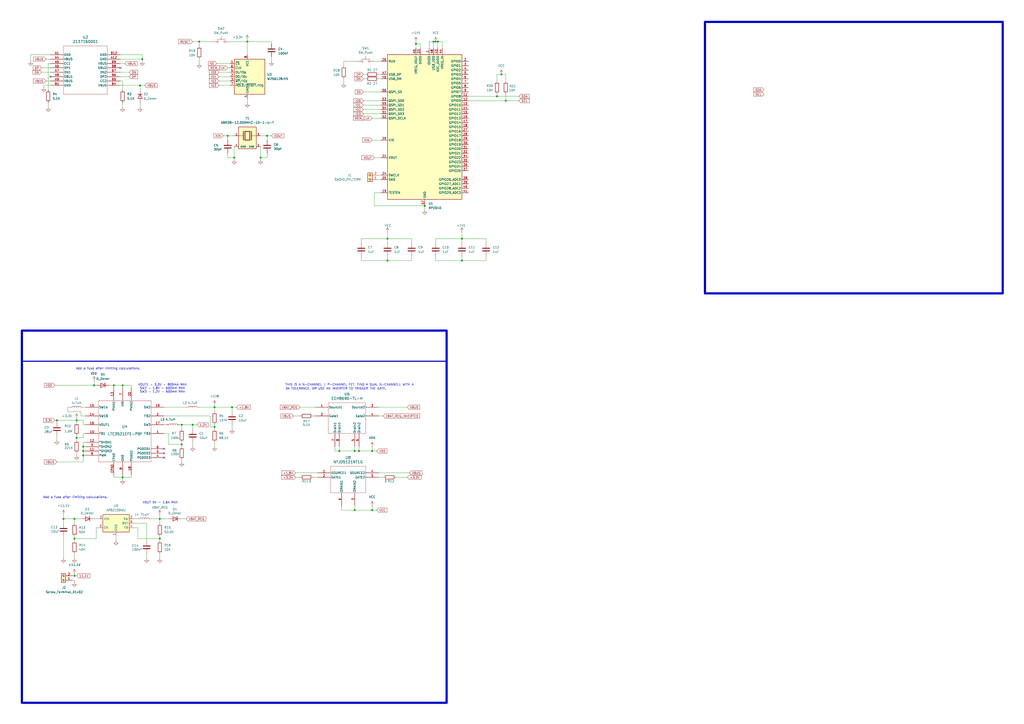
<source format=kicad_sch>
(kicad_sch (version 20250114) (generator "eeschema") (generator_version "9.0")
  (paper "A2")
  (rectangle (start 408.94 12.7) (end 581.66 170.18) (stroke (width 1.27)))
  (rectangle (start 12.7 191.77) (end 259.08 407.67) (stroke (width 1.27)))
  (text "VOUT1 - 3.3V - 800mA MAX\nSW2 - 1.8V - 600mA MAX\nSW3 - 1.2V - 600mA MAX" (at 94.234 225.298 0) (effects (font (size 1.27 1.27))))
  (text "3A TOLERANCE, OR USE AN INVERTER TO TRIGGER THE GATE." (at 194.818 225.552 0) (effects (font (size 1.27 1.27))))
  (text "VOUT 5V - 1.6A MAX" (at 92.964 291.592 0) (effects (font (size 1.27 1.27))))
  (text "Add a fuse after limiting calculations.\n" (at 43.688 288.544 0) (effects (font (size 1.27 1.27))))
  (text "THIS IS A N-CHANNEL | P-CHANNEL FET. FIND A DUAL N-CHANNELL WITH A" (at 202.692 223.266 0) (effects (font (size 1.27 1.27))))
  (text "Add a fuse after limiting calculations.\n" (at 62.738 213.868 0) (effects (font (size 1.27 1.27))))
  (junction (at 205.74 295.91))
  (junction (at 288.29 55.88))
  (junction (at 92.71 312.42))
  (junction (at 134.62 236.22))
  (junction (at 143.51 24.13))
  (junction (at 124.46 236.22))
  (junction (at 111.76 246.38))
  (junction (at 151.13 91.44))
  (junction (at 208.28 261.62))
  (junction (at 44.45 243.84))
  (junction (at 290.83 43.18))
  (junction (at 71.12 276.86))
  (junction (at 252.73 24.13))
  (junction (at 71.12 223.52))
  (junction (at 54.61 223.52))
  (junction (at 154.94 78.74))
  (junction (at 105.41 246.38))
  (junction (at 43.18 312.42))
  (junction (at 267.97 151.13))
  (junction (at 267.97 138.43))
  (junction (at 36.83 300.99))
  (junction (at 43.18 334.01))
  (junction (at 241.3 25.4))
  (junction (at 215.9 295.91))
  (junction (at 124.46 247.65))
  (junction (at 48.26 261.62))
  (junction (at 246.38 119.38))
  (junction (at 48.26 259.08))
  (junction (at 82.55 34.29))
  (junction (at 224.79 151.13))
  (junction (at 224.79 138.43))
  (junction (at 205.74 261.62))
  (junction (at 66.04 223.52))
  (junction (at 132.08 78.74))
  (junction (at 215.9 261.62))
  (junction (at 43.18 300.99))
  (junction (at 48.26 264.16))
  (junction (at 81.28 49.53))
  (junction (at 251.46 24.13))
  (junction (at 254 24.13))
  (junction (at 33.02 243.84))
  (junction (at 44.45 254))
  (junction (at 293.37 58.42))
  (junction (at 115.57 24.13))
  (junction (at 135.89 91.44))
  (junction (at 105.41 257.81))
  (junction (at 92.71 300.99))
  (junction (at 196.85 261.62))
  (no_connect (at 95.25 260.35))
  (no_connect (at 69.85 39.37))
  (no_connect (at 95.25 262.89))
  (no_connect (at 29.21 44.45))
  (no_connect (at 95.25 265.43))
  (wire (pts (xy 29.21 31.75) (xy 17.78 31.75)))
  (wire (pts (xy 248.92 24.13) (xy 248.92 27.94)))
  (wire (pts (xy 267.97 151.13) (xy 281.94 151.13)))
  (wire (pts (xy 115.57 236.22) (xy 124.46 236.22)))
  (wire (pts (xy 241.3 24.13) (xy 241.3 25.4)))
  (wire (pts (xy 48.26 259.08) (xy 49.53 259.08)))
  (wire (pts (xy 48.26 261.62) (xy 48.26 264.16)))
  (wire (pts (xy 256.54 24.13) (xy 256.54 27.94)))
  (wire (pts (xy 69.85 49.53) (xy 81.28 49.53)))
  (wire (pts (xy 251.46 24.13) (xy 248.92 24.13)))
  (wire (pts (xy 210.82 43.18) (xy 212.09 43.18)))
  (wire (pts (xy 111.76 256.54) (xy 111.76 259.08)))
  (wire (pts (xy 66.04 276.86) (xy 71.12 276.86)))
  (wire (pts (xy 77.47 300.99) (xy 80.01 300.99)))
  (wire (pts (xy 290.83 43.18) (xy 288.29 43.18)))
  (wire (pts (xy 124.46 246.38) (xy 124.46 247.65)))
  (wire (pts (xy 267.97 148.59) (xy 267.97 151.13)))
  (wire (pts (xy 48.26 264.16) (xy 48.26 267.97)))
  (wire (pts (xy 97.79 251.46) (xy 97.79 257.81)))
  (wire (pts (xy 71.12 59.69) (xy 71.12 62.23)))
  (wire (pts (xy 208.28 259.08) (xy 208.28 261.62)))
  (wire (pts (xy 254 24.13) (xy 254 27.94)))
  (wire (pts (xy 281.94 151.13) (xy 281.94 148.59)))
  (wire (pts (xy 17.78 31.75) (xy 17.78 35.56)))
  (wire (pts (xy 121.92 247.65) (xy 124.46 247.65)))
  (wire (pts (xy 217.17 111.76) (xy 217.17 119.38)))
  (wire (pts (xy 105.41 256.54) (xy 105.41 257.81)))
  (wire (pts (xy 205.74 293.37) (xy 205.74 295.91)))
  (wire (pts (xy 181.61 241.3) (xy 182.88 241.3)))
  (wire (pts (xy 71.12 223.52) (xy 76.2 223.52)))
  (wire (pts (xy 252.73 24.13) (xy 251.46 24.13)))
  (wire (pts (xy 135.89 85.09) (xy 135.89 91.44)))
  (wire (pts (xy 198.12 295.91) (xy 205.74 295.91)))
  (wire (pts (xy 71.12 276.86) (xy 71.12 278.13)))
  (wire (pts (xy 26.67 34.29) (xy 29.21 34.29)))
  (wire (pts (xy 92.71 298.45) (xy 92.71 300.99)))
  (wire (pts (xy 63.5 223.52) (xy 66.04 223.52)))
  (wire (pts (xy 43.18 332.74) (xy 43.18 334.01)))
  (wire (pts (xy 95.25 236.22) (xy 107.95 236.22)))
  (wire (pts (xy 135.89 91.44) (xy 132.08 91.44)))
  (wire (pts (xy 252.73 140.97) (xy 252.73 138.43)))
  (wire (pts (xy 33.02 243.84) (xy 44.45 243.84)))
  (wire (pts (xy 171.45 274.32) (xy 184.15 274.32)))
  (wire (pts (xy 54.61 223.52) (xy 55.88 223.52)))
  (wire (pts (xy 121.92 241.3) (xy 121.92 247.65)))
  (wire (pts (xy 219.71 43.18) (xy 220.98 43.18)))
  (wire (pts (xy 85.09 303.53) (xy 85.09 313.69)))
  (wire (pts (xy 54.61 300.99) (xy 57.15 300.99)))
  (wire (pts (xy 252.73 151.13) (xy 267.97 151.13)))
  (wire (pts (xy 105.41 246.38) (xy 104.14 246.38)))
  (wire (pts (xy 236.22 276.86) (xy 229.87 276.86)))
  (wire (pts (xy 135.89 91.44) (xy 135.89 92.71)))
  (wire (pts (xy 44.45 254) (xy 48.26 254)))
  (wire (pts (xy 246.38 119.38) (xy 246.38 121.92)))
  (wire (pts (xy 209.55 151.13) (xy 224.79 151.13)))
  (wire (pts (xy 44.45 242.57) (xy 44.45 243.84)))
  (wire (pts (xy 224.79 138.43) (xy 238.76 138.43)))
  (wire (pts (xy 251.46 24.13) (xy 251.46 27.94)))
  (wire (pts (xy 43.18 311.15) (xy 43.18 312.42)))
  (wire (pts (xy 127 41.91) (xy 133.35 41.91)))
  (wire (pts (xy 48.26 236.22) (xy 49.53 236.22)))
  (wire (pts (xy 43.18 312.42) (xy 43.18 313.69)))
  (wire (pts (xy 115.57 34.29) (xy 115.57 36.83)))
  (wire (pts (xy 80.01 306.07) (xy 80.01 312.42)))
  (wire (pts (xy 105.41 246.38) (xy 105.41 248.92)))
  (wire (pts (xy 271.78 58.42) (xy 293.37 58.42)))
  (wire (pts (xy 210.82 60.96) (xy 220.98 60.96)))
  (wire (pts (xy 124.46 236.22) (xy 124.46 238.76)))
  (wire (pts (xy 215.9 261.62) (xy 218.44 261.62)))
  (wire (pts (xy 48.26 264.16) (xy 49.53 264.16)))
  (wire (pts (xy 48.26 254) (xy 48.26 251.46)))
  (wire (pts (xy 69.85 36.83) (xy 72.39 36.83)))
  (wire (pts (xy 71.12 275.59) (xy 71.12 276.86)))
  (wire (pts (xy 196.85 259.08) (xy 196.85 261.62)))
  (wire (pts (xy 173.99 236.22) (xy 182.88 236.22)))
  (wire (pts (xy 69.85 34.29) (xy 82.55 34.29)))
  (wire (pts (xy 105.41 266.7) (xy 105.41 267.97)))
  (wire (pts (xy 210.82 58.42) (xy 220.98 58.42)))
  (wire (pts (xy 33.02 252.73) (xy 33.02 255.27)))
  (wire (pts (xy 36.83 300.99) (xy 43.18 300.99)))
  (wire (pts (xy 267.97 138.43) (xy 281.94 138.43)))
  (wire (pts (xy 76.2 223.52) (xy 76.2 224.79)))
  (wire (pts (xy 224.79 134.62) (xy 224.79 138.43)))
  (wire (pts (xy 220.98 111.76) (xy 217.17 111.76)))
  (wire (pts (xy 127 44.45) (xy 133.35 44.45)))
  (wire (pts (xy 81.28 59.69) (xy 81.28 62.23)))
  (wire (pts (xy 46.99 241.3) (xy 49.53 241.3)))
  (wire (pts (xy 127 49.53) (xy 133.35 49.53)))
  (wire (pts (xy 143.51 24.13) (xy 143.51 31.75)))
  (wire (pts (xy 194.31 261.62) (xy 196.85 261.62)))
  (wire (pts (xy 134.62 236.22) (xy 134.62 238.76)))
  (wire (pts (xy 71.12 276.86) (xy 76.2 276.86)))
  (wire (pts (xy 288.29 55.88) (xy 300.99 55.88)))
  (wire (pts (xy 254 24.13) (xy 256.54 24.13)))
  (wire (pts (xy 217.17 91.44) (xy 220.98 91.44)))
  (wire (pts (xy 69.85 44.45) (xy 74.93 44.45)))
  (wire (pts (xy 69.85 41.91) (xy 74.93 41.91)))
  (wire (pts (xy 157.48 33.02) (xy 157.48 35.56)))
  (wire (pts (xy 25.4 49.53) (xy 25.4 50.8)))
  (wire (pts (xy 217.17 35.56) (xy 220.98 35.56)))
  (wire (pts (xy 124.46 247.65) (xy 124.46 248.92)))
  (wire (pts (xy 224.79 148.59) (xy 224.79 151.13)))
  (wire (pts (xy 105.41 257.81) (xy 105.41 259.08)))
  (wire (pts (xy 132.08 78.74) (xy 132.08 81.28)))
  (wire (pts (xy 48.26 261.62) (xy 49.53 261.62)))
  (wire (pts (xy 199.39 38.1) (xy 199.39 35.56)))
  (wire (pts (xy 44.45 243.84) (xy 44.45 245.11)))
  (wire (pts (xy 199.39 35.56) (xy 207.01 35.56)))
  (wire (pts (xy 133.35 24.13) (xy 143.51 24.13)))
  (wire (pts (xy 215.9 295.91) (xy 215.9 293.37)))
  (wire (pts (xy 154.94 91.44) (xy 154.94 88.9)))
  (wire (pts (xy 210.82 66.04) (xy 220.98 66.04)))
  (wire (pts (xy 69.85 46.99) (xy 71.12 46.99)))
  (wire (pts (xy 219.71 276.86) (xy 222.25 276.86)))
  (wire (pts (xy 154.94 78.74) (xy 157.48 78.74)))
  (wire (pts (xy 224.79 151.13) (xy 238.76 151.13)))
  (wire (pts (xy 267.97 134.62) (xy 267.97 138.43)))
  (wire (pts (xy 49.53 256.54) (xy 48.26 256.54)))
  (wire (pts (xy 134.62 246.38) (xy 134.62 248.92)))
  (wire (pts (xy 132.08 91.44) (xy 132.08 88.9)))
  (wire (pts (xy 205.74 259.08) (xy 205.74 261.62)))
  (wire (pts (xy 219.71 274.32) (xy 237.49 274.32)))
  (wire (pts (xy 215.9 81.28) (xy 220.98 81.28)))
  (wire (pts (xy 143.51 57.15) (xy 143.51 59.69)))
  (wire (pts (xy 127 46.99) (xy 133.35 46.99)))
  (wire (pts (xy 48.26 259.08) (xy 48.26 261.62)))
  (wire (pts (xy 27.94 36.83) (xy 27.94 52.07)))
  (wire (pts (xy 241.3 25.4) (xy 241.3 27.94)))
  (wire (pts (xy 43.18 336.55) (xy 43.18 337.82)))
  (wire (pts (xy 43.18 300.99) (xy 46.99 300.99)))
  (wire (pts (xy 198.12 293.37) (xy 198.12 295.91)))
  (wire (pts (xy 43.18 300.99) (xy 43.18 303.53)))
  (wire (pts (xy 24.13 41.91) (xy 29.21 41.91)))
  (wire (pts (xy 157.48 24.13) (xy 157.48 25.4)))
  (wire (pts (xy 111.76 246.38) (xy 114.3 246.38)))
  (wire (pts (xy 196.85 261.62) (xy 205.74 261.62)))
  (wire (pts (xy 92.71 312.42) (xy 92.71 311.15)))
  (wire (pts (xy 31.75 223.52) (xy 54.61 223.52)))
  (wire (pts (xy 154.94 78.74) (xy 154.94 81.28)))
  (wire (pts (xy 170.18 241.3) (xy 173.99 241.3)))
  (wire (pts (xy 87.63 300.99) (xy 92.71 300.99)))
  (wire (pts (xy 39.37 236.22) (xy 39.37 238.76)))
  (wire (pts (xy 125.73 36.83) (xy 133.35 36.83)))
  (wire (pts (xy 209.55 140.97) (xy 209.55 138.43)))
  (wire (pts (xy 25.4 49.53) (xy 29.21 49.53)))
  (wire (pts (xy 241.3 25.4) (xy 243.84 25.4)))
  (wire (pts (xy 95.25 246.38) (xy 96.52 246.38)))
  (wire (pts (xy 111.76 246.38) (xy 111.76 248.92)))
  (wire (pts (xy 135.89 78.74) (xy 132.08 78.74)))
  (wire (pts (xy 219.71 241.3) (xy 222.25 241.3)))
  (wire (pts (xy 151.13 85.09) (xy 151.13 91.44)))
  (wire (pts (xy 124.46 256.54) (xy 124.46 259.08)))
  (wire (pts (xy 215.9 68.58) (xy 220.98 68.58)))
  (wire (pts (xy 41.91 336.55) (xy 43.18 336.55)))
  (wire (pts (xy 243.84 27.94) (xy 243.84 25.4)))
  (wire (pts (xy 252.73 138.43) (xy 267.97 138.43)))
  (wire (pts (xy 66.04 275.59) (xy 66.04 276.86)))
  (wire (pts (xy 81.28 49.53) (xy 83.82 49.53)))
  (wire (pts (xy 252.73 24.13) (xy 254 24.13)))
  (wire (pts (xy 55.88 306.07) (xy 57.15 306.07)))
  (wire (pts (xy 31.75 243.84) (xy 33.02 243.84)))
  (wire (pts (xy 29.21 36.83) (xy 27.94 36.83)))
  (wire (pts (xy 252.73 148.59) (xy 252.73 151.13)))
  (wire (pts (xy 132.08 39.37) (xy 133.35 39.37)))
  (wire (pts (xy 80.01 312.42) (xy 92.71 312.42)))
  (wire (pts (xy 43.18 321.31) (xy 43.18 323.85)))
  (wire (pts (xy 111.76 24.13) (xy 115.57 24.13)))
  (wire (pts (xy 181.61 276.86) (xy 184.15 276.86)))
  (wire (pts (xy 92.71 312.42) (xy 92.71 313.69)))
  (wire (pts (xy 194.31 259.08) (xy 194.31 261.62)))
  (wire (pts (xy 123.19 24.13) (xy 115.57 24.13)))
  (wire (pts (xy 281.94 138.43) (xy 281.94 140.97)))
  (wire (pts (xy 105.41 300.99) (xy 107.95 300.99)))
  (wire (pts (xy 97.79 257.81) (xy 105.41 257.81)))
  (wire (pts (xy 33.02 243.84) (xy 33.02 245.11)))
  (wire (pts (xy 209.55 148.59) (xy 209.55 151.13)))
  (wire (pts (xy 293.37 54.61) (xy 293.37 58.42)))
  (wire (pts (xy 210.82 63.5) (xy 220.98 63.5)))
  (wire (pts (xy 44.45 262.89) (xy 44.45 264.16)))
  (wire (pts (xy 92.71 321.31) (xy 92.71 323.85)))
  (wire (pts (xy 77.47 303.53) (xy 85.09 303.53)))
  (wire (pts (xy 208.28 261.62) (xy 215.9 261.62)))
  (wire (pts (xy 151.13 91.44) (xy 154.94 91.44)))
  (wire (pts (xy 271.78 55.88) (xy 288.29 55.88)))
  (wire (pts (xy 48.26 251.46) (xy 49.53 251.46)))
  (wire (pts (xy 40.64 236.22) (xy 39.37 236.22)))
  (wire (pts (xy 215.9 259.08) (xy 215.9 261.62)))
  (wire (pts (xy 81.28 49.53) (xy 81.28 52.07)))
  (wire (pts (xy 55.88 312.42) (xy 55.88 306.07)))
  (wire (pts (xy 36.83 311.15) (xy 36.83 323.85)))
  (wire (pts (xy 205.74 261.62) (xy 208.28 261.62)))
  (wire (pts (xy 24.13 39.37) (xy 29.21 39.37)))
  (wire (pts (xy 48.26 256.54) (xy 48.26 259.08)))
  (wire (pts (xy 44.45 243.84) (xy 48.26 243.84)))
  (wire (pts (xy 143.51 24.13) (xy 157.48 24.13)))
  (wire (pts (xy 36.83 300.99) (xy 36.83 303.53)))
  (wire (pts (xy 219.71 45.72) (xy 220.98 45.72)))
  (wire (pts (xy 151.13 91.44) (xy 151.13 92.71)))
  (wire (pts (xy 238.76 138.43) (xy 238.76 140.97)))
  (wire (pts (xy 69.85 31.75) (xy 82.55 31.75)))
  (wire (pts (xy 199.39 45.72) (xy 199.39 48.26)))
  (wire (pts (xy 44.45 252.73) (xy 44.45 254)))
  (wire (pts (xy 66.04 223.52) (xy 71.12 223.52)))
  (wire (pts (xy 224.79 138.43) (xy 224.79 140.97)))
  (wire (pts (xy 290.83 43.18) (xy 293.37 43.18)))
  (wire (pts (xy 219.71 236.22) (xy 236.22 236.22)))
  (wire (pts (xy 82.55 31.75) (xy 82.55 34.29)))
  (wire (pts (xy 134.62 236.22) (xy 137.16 236.22)))
  (wire (pts (xy 209.55 138.43) (xy 224.79 138.43)))
  (wire (pts (xy 39.37 238.76) (xy 46.99 238.76)))
  (wire (pts (xy 77.47 306.07) (xy 80.01 306.07)))
  (wire (pts (xy 151.13 78.74) (xy 154.94 78.74)))
  (wire (pts (xy 92.71 300.99) (xy 97.79 300.99)))
  (wire (pts (xy 219.71 104.14) (xy 220.98 104.14)))
  (wire (pts (xy 129.54 78.74) (xy 132.08 78.74)))
  (wire (pts (xy 293.37 58.42) (xy 300.99 58.42)))
  (wire (pts (xy 44.45 334.01) (xy 43.18 334.01)))
  (wire (pts (xy 71.12 223.52) (xy 71.12 224.79)))
  (wire (pts (xy 85.09 321.31) (xy 85.09 323.85)))
  (wire (pts (xy 54.61 220.98) (xy 54.61 223.52)))
  (wire (pts (xy 48.26 246.38) (xy 48.26 243.84)))
  (wire (pts (xy 76.2 276.86) (xy 76.2 275.59)))
  (wire (pts (xy 95.25 251.46) (xy 97.79 251.46)))
  (wire (pts (xy 215.9 295.91) (xy 218.44 295.91)))
  (wire (pts (xy 217.17 119.38) (xy 246.38 119.38)))
  (wire (pts (xy 46.99 238.76) (xy 46.99 241.3)))
  (wire (pts (xy 43.18 312.42) (xy 55.88 312.42)))
  (wire (pts (xy 205.74 295.91) (xy 215.9 295.91)))
  (wire (pts (xy 210.82 53.34) (xy 220.98 53.34)))
  (wire (pts (xy 92.71 300.99) (xy 92.71 303.53)))
  (wire (pts (xy 67.31 311.15) (xy 67.31 313.69)))
  (wire (pts (xy 26.67 46.99) (xy 29.21 46.99)))
  (wire (pts (xy 115.57 24.13) (xy 115.57 26.67)))
  (wire (pts (xy 36.83 298.45) (xy 36.83 300.99)))
  (wire (pts (xy 267.97 138.43) (xy 267.97 140.97)))
  (wire (pts (xy 66.04 223.52) (xy 66.04 224.79)))
  (wire (pts (xy 293.37 43.18) (xy 293.37 46.99)))
  (wire (pts (xy 124.46 234.95) (xy 124.46 236.22)))
  (wire (pts (xy 27.94 59.69) (xy 27.94 62.23)))
  (wire (pts (xy 288.29 54.61) (xy 288.29 55.88)))
  (wire (pts (xy 124.46 236.22) (xy 134.62 236.22)))
  (wire (pts (xy 105.41 246.38) (xy 111.76 246.38)))
  (wire (pts (xy 44.45 255.27) (xy 44.45 254)))
  (wire (pts (xy 43.18 334.01) (xy 41.91 334.01)))
  (wire (pts (xy 171.45 276.86) (xy 173.99 276.86)))
  (wire (pts (xy 288.29 43.18) (xy 288.29 46.99)))
  (wire (pts (xy 71.12 46.99) (xy 71.12 52.07)))
  (wire (pts (xy 33.02 267.97) (xy 48.26 267.97)))
  (polyline (pts (xy 12.7 209.55) (xy 259.08 209.55)) (stroke (width 0.635) (type solid)))
  (wire (pts (xy 82.55 34.29) (xy 82.55 35.56)))
  (wire (pts (xy 49.53 246.38) (xy 48.26 246.38)))
  (wire (pts (xy 95.25 241.3) (xy 121.92 241.3)))
  (wire (pts (xy 238.76 151.13) (xy 238.76 148.59)))
  (wire (pts (xy 143.51 22.86) (xy 143.51 24.13)))
  (wire (pts (xy 210.82 45.72) (xy 212.09 45.72)))
  (wire (pts (xy 219.71 101.6) (xy 220.98 101.6)))
  (global_label "VBUS" (shape input) (at 83.82 49.53 0) (property "Intersheetrefs" "${INTERSHEET_REFS}" (effects (hide yes))))
  (global_label "IO3" (shape input) (at 210.82 66.04 180) (property "Intersheetrefs" "${INTERSHEET_REFS}" (effects (hide yes))))
  (global_label "DP" (shape input) (at 210.82 43.18 180) (property "Intersheetrefs" "${INTERSHEET_REFS}" (effects (hide yes))))
  (global_label "XOUT" (shape input) (at 157.48 78.74 0) (property "Intersheetrefs" "${INTERSHEET_REFS}" (effects (hide yes))))
  (global_label "SS" (shape input) (at 210.82 53.34 180) (property "Intersheetrefs" "${INTERSHEET_REFS}" (effects (hide yes))))
  (global_label "VBUS" (shape input) (at 26.67 46.99 180) (property "Intersheetrefs" "${INTERSHEET_REFS}" (effects (hide yes))))
  (global_label "VBUS" (shape input) (at 237.49 274.32 0) (property "Intersheetrefs" "${INTERSHEET_REFS}" (effects (hide yes))))
  (global_label "VCC" (shape input) (at 218.44 295.91 0) (property "Intersheetrefs" "${INTERSHEET_REFS}" (effects (hide yes))))
  (global_label "IO1" (shape input) (at 210.82 60.96 180) (property "Intersheetrefs" "${INTERSHEET_REFS}" (effects (hide yes))))
  (global_label "VBUS" (shape input) (at 236.22 236.22 0) (property "Intersheetrefs" "${INTERSHEET_REFS}" (effects (hide yes))))
  (global_label "+3.3V" (shape input) (at 236.22 276.86 0) (property "Intersheetrefs" "${INTERSHEET_REFS}" (effects (hide yes))))
  (global_label "DN" (shape input) (at 210.82 45.72 180) (property "Intersheetrefs" "${INTERSHEET_REFS}" (effects (hide yes))))
  (global_label "VBAT_REG" (shape input) (at 173.99 236.22 180) (property "Intersheetrefs" "${INTERSHEET_REFS}" (effects (hide yes))))
  (global_label "DN" (shape input) (at 74.93 41.91 0) (property "Intersheetrefs" "${INTERSHEET_REFS}" (effects (hide yes))))
  (global_label "DP" (shape input) (at 24.13 39.37 180) (property "Intersheetrefs" "${INTERSHEET_REFS}" (effects (hide yes))))
  (global_label "XIN" (shape input) (at 129.54 78.74 180) (property "Intersheetrefs" "${INTERSHEET_REFS}" (effects (hide yes))))
  (global_label "IO2" (shape input) (at 127 46.99 180) (property "Intersheetrefs" "${INTERSHEET_REFS}" (effects (hide yes))))
  (global_label "IO2" (shape input) (at 210.82 63.5 180) (property "Intersheetrefs" "${INTERSHEET_REFS}" (effects (hide yes))))
  (global_label "SS" (shape input) (at 125.73 36.83 180) (property "Intersheetrefs" "${INTERSHEET_REFS}" (effects (hide yes))))
  (global_label "MEM_CLK" (shape input) (at 215.9 68.58 180) (property "Intersheetrefs" "${INTERSHEET_REFS}" (effects (hide yes))))
  (global_label "3.3V" (shape input) (at 31.75 243.84 180) (property "Intersheetrefs" "${INTERSHEET_REFS}" (effects (hide yes))))
  (global_label "IO1" (shape input) (at 127 44.45 180) (property "Intersheetrefs" "${INTERSHEET_REFS}" (effects (hide yes))))
  (global_label "DP" (shape input) (at 74.93 44.45 0) (property "Intersheetrefs" "${INTERSHEET_REFS}" (effects (hide yes))))
  (global_label "IO3" (shape input) (at 127 49.53 180) (property "Intersheetrefs" "${INTERSHEET_REFS}" (effects (hide yes))))
  (global_label "MEM_CLK" (shape input) (at 132.08 39.37 180) (property "Intersheetrefs" "${INTERSHEET_REFS}" (effects (hide yes))))
  (global_label "+3.3V" (shape input) (at 171.45 276.86 180) (property "Intersheetrefs" "${INTERSHEET_REFS}" (effects (hide yes))))
  (global_label "SCL" (shape input) (at 300.99 58.42 0) (property "Intersheetrefs" "${INTERSHEET_REFS}" (effects (hide yes))))
  (global_label "VBUS" (shape input) (at 33.02 267.97 180) (property "Intersheetrefs" "${INTERSHEET_REFS}" (effects (hide yes))))
  (global_label "XIN" (shape input) (at 215.9 81.28 180) (property "Intersheetrefs" "${INTERSHEET_REFS}" (effects (hide yes))))
  (global_label "XOUT" (shape input) (at 217.17 91.44 180) (property "Intersheetrefs" "${INTERSHEET_REFS}" (effects (hide yes))))
  (global_label "IO0" (shape input) (at 127 41.91 180) (property "Intersheetrefs" "${INTERSHEET_REFS}" (effects (hide yes))))
  (global_label "VBUS" (shape input) (at 72.39 36.83 0) (property "Intersheetrefs" "${INTERSHEET_REFS}" (effects (hide yes))))
  (global_label "RESET" (shape input) (at 111.76 24.13 180) (property "Intersheetrefs" "${INTERSHEET_REFS}" (effects (hide yes))))
  (global_label "SDA" (shape input) (at 300.99 55.88 0) (property "Intersheetrefs" "${INTERSHEET_REFS}" (effects (hide yes))))
  (global_label "VBUS" (shape input) (at 26.67 34.29 180) (property "Intersheetrefs" "${INTERSHEET_REFS}" (effects (hide yes))))
  (global_label "1.2V" (shape input) (at 114.3 246.38 0) (property "Intersheetrefs" "${INTERSHEET_REFS}" (effects (hide yes))))
  (global_label "SCL" (shape input) (at 443.23 54.61 180) (property "Intersheetrefs" "${INTERSHEET_REFS}" (effects (hide yes))))
  (global_label "SDA" (shape input) (at 443.23 52.07 180) (property "Intersheetrefs" "${INTERSHEET_REFS}" (effects (hide yes))))
  (global_label "VDD" (shape input) (at 31.75 223.52 180) (property "Intersheetrefs" "${INTERSHEET_REFS}" (effects (hide yes))))
  (global_label "VBUS" (shape input) (at 170.18 241.3 180) (property "Intersheetrefs" "${INTERSHEET_REFS}" (effects (hide yes))))
  (global_label "+1.8V" (shape input) (at 137.16 236.22 0) (property "Intersheetrefs" "${INTERSHEET_REFS}" (effects (hide yes))))
  (global_label "IO0" (shape input) (at 210.82 58.42 180) (property "Intersheetrefs" "${INTERSHEET_REFS}" (effects (hide yes))))
  (global_label "DN" (shape input) (at 24.13 41.91 180) (property "Intersheetrefs" "${INTERSHEET_REFS}" (effects (hide yes))))
  (global_label "11.1V" (shape input) (at 44.45 334.01 0) (property "Intersheetrefs" "${INTERSHEET_REFS}" (effects (hide yes))))
  (global_label "VBAT_REG" (shape input) (at 107.95 300.99 0) (property "Intersheetrefs" "${INTERSHEET_REFS}" (effects (hide yes))))
  (global_label "VDD" (shape input) (at 218.44 261.62 0) (property "Intersheetrefs" "${INTERSHEET_REFS}" (effects (hide yes))))
  (global_label "VBAT_REG_INVERTED" (shape input) (at 222.25 241.3 0) (property "Intersheetrefs" "${INTERSHEET_REFS}" (effects (hide yes))))
  (global_label "+1.8V" (shape input) (at 171.45 274.32 180) (property "Intersheetrefs" "${INTERSHEET_REFS}" (effects (hide yes))))
  (symbol (lib_id "Device:R") (at 92.71 317.5 0) (unit 1)
    (property "Reference" "R16" (at 95.25 316.2299 0) (effects (justify left)))
    (property "Value" "10K" (at 95.25 318.7699 0) (effects (justify left)))
    (property "Footprint" "Resistor_SMD:R_0402_1005Metric" (effects (hide yes)))
    (property "Description" "Resistor" (effects (hide yes)))
  )
  (symbol (lib_id "power:+3.3V") (at 44.45 242.57 0) (unit 1)
    (property "Reference" "#PWR013" (effects (hide yes)))
    (property "Value" "+3.3V" (at 38.862 241.3 0))
    (property "Description" "Power symbol creates a global label with name \"+3.3V\"" (effects (hide yes)))
  )
  (symbol (lib_id "Device:R") (at 44.45 248.92 0) (unit 1)
    (property "Reference" "R10" (at 37.338 247.142 0) (effects (justify left)))
    (property "Value" "1.0M" (at 37.338 250.19 0) (effects (justify left)))
    (property "Footprint" "Resistor_SMD:R_0402_1005Metric" (effects (hide yes)))
    (property "Description" "Resistor" (effects (hide yes)))
  )
  (symbol (lib_id "power:GND") (at 43.18 337.82 0) (unit 1)
    (property "Reference" "#PWR035" (effects (hide yes)))
    (property "Value" "GND" (effects (hide yes)))
    (property "Description" "Power symbol creates a global label with name \"GND\" , ground" (effects (hide yes)))
  )
  (symbol (lib_id "power:GND") (at 81.28 62.23 0) (unit 1)
    (property "Reference" "#PWR020" (effects (hide yes)))
    (property "Value" "GND" (effects (hide yes)))
    (property "Description" "Power symbol creates a global label with name \"GND\" , ground" (effects (hide yes)))
  )
  (symbol (lib_id "power:GND") (at 44.45 264.16 0) (unit 1)
    (property "Reference" "#PWR012" (effects (hide yes)))
    (property "Value" "GND" (effects (hide yes)))
    (property "Description" "Power symbol creates a global label with name \"GND\" , ground" (effects (hide yes)))
  )
  (symbol (lib_id "Device:R") (at 44.45 259.08 0) (unit 1)
    (property "Reference" "R9" (at 37.338 257.81 0) (effects (justify left)))
    (property "Value" "221K" (at 37.338 259.842 0) (effects (justify left)))
    (property "Footprint" "Resistor_SMD:R_0402_1005Metric" (effects (hide yes)))
    (property "Description" "Resistor" (effects (hide yes)))
  )
  (symbol (lib_id "Device:R") (at 215.9 45.72 90) (unit 1)
    (property "Reference" "R2" (at 214.122 48.514 90))
    (property "Value" "27" (at 217.678 48.514 90))
    (property "Footprint" "Resistor_SMD:R_0402_1005Metric" (effects (hide yes)))
    (property "Description" "Resistor" (effects (hide yes)))
  )
  (symbol (lib_id "power:GND") (at 36.83 323.85 0) (unit 1)
    (property "Reference" "#PWR031" (effects (hide yes)))
    (property "Value" "GND" (effects (hide yes)))
    (property "Description" "Power symbol creates a global label with name \"GND\" , ground" (effects (hide yes)))
  )
  (symbol (lib_id "Device:R") (at 71.12 55.88 0) (unit 1)
    (property "Reference" "R3" (at 73.66 54.6099 0) (effects (justify left)))
    (property "Value" "5.1K" (at 73.66 57.1499 0) (effects (justify left)))
    (property "Footprint" "Resistor_SMD:R_0402_1005Metric" (effects (hide yes)))
    (property "Description" "Resistor" (effects (hide yes)))
  )
  (symbol (lib_id "Device:C") (at 267.97 144.78 0) (unit 1)
    (property "Reference" "C11" (at 271.78 143.5099 0) (effects (justify left)))
    (property "Value" "1uF" (at 271.78 146.0499 0) (effects (justify left)))
    (property "Footprint" "Capacitor_SMD:C_0402_1005Metric" (effects (hide yes)))
    (property "Description" "Unpolarized capacitor" (effects (hide yes)))
  )
  (symbol (lib_id "Device:C") (at 209.55 144.78 0) (unit 1)
    (property "Reference" "C7" (at 213.36 143.5099 0) (effects (justify left)))
    (property "Value" "1uF" (at 213.36 146.0499 0) (effects (justify left)))
    (property "Footprint" "Capacitor_SMD:C_0402_1005Metric" (effects (hide yes)))
    (property "Description" "Unpolarized capacitor" (effects (hide yes)))
  )
  (symbol (lib_id "power:GND") (at 246.38 121.92 0) (unit 1)
    (property "Reference" "#PWR04" (effects (hide yes)))
    (property "Value" "GND" (effects (hide yes)))
    (property "Description" "Power symbol creates a global label with name \"GND\" , ground" (effects (hide yes)))
  )
  (symbol (lib_id "power:GND") (at 151.13 92.71 0) (unit 1)
    (property "Reference" "#PWR025" (effects (hide yes)))
    (property "Value" "GND" (effects (hide yes)))
    (property "Description" "Power symbol creates a global label with name \"GND\" , ground" (effects (hide yes)))
  )
  (symbol (lib_id "Device:C") (at 154.94 85.09 0) (unit 1)
    (property "Reference" "C6" (at 158.75 83.8199 0) (effects (justify left)))
    (property "Value" "30pF" (at 158.75 86.3599 0) (effects (justify left)))
    (property "Footprint" "Capacitor_SMD:C_0402_1005Metric" (effects (hide yes)))
    (property "Description" "Unpolarized capacitor" (effects (hide yes)))
  )
  (symbol (lib_id "Connector:Screw_Terminal_01x02") (at 36.83 336.55 180) (unit 1)
    (property "Reference" "J2" (at 37.084 340.868 0))
    (property "Value" "Screw_Terminal_01x02" (at 37.338 343.408 0))
    (property "Footprint" "TerminalBlock_Phoenix:TerminalBlock_Phoenix_MKDS-1,5-2_1x02_P5.00mm_Horizontal" (effects (hide yes)))
    (property "Description" "Generic screw terminal, single row, 01x02, script generated (kicad-library-utils/schlib/autogen/connector/)" (effects (hide yes)))
  )
  (symbol (lib_id "power:GND") (at 143.51 59.69 0) (unit 1)
    (property "Reference" "#PWR07" (effects (hide yes)))
    (property "Value" "GND" (effects (hide yes)))
    (property "Description" "Power symbol creates a global label with name \"GND\" , ground" (effects (hide yes)))
  )
  (symbol (lib_id "Device:C") (at 85.09 317.5 0) (unit 1)
    (property "Reference" "C14" (at 76.454 316.484 0) (effects (justify left)))
    (property "Value" "100nF" (at 76.454 318.77 0) (effects (justify left)))
    (property "Footprint" "Capacitor_SMD:C_0402_1005Metric" (effects (hide yes)))
    (property "Description" "Unpolarized capacitor" (effects (hide yes)))
  )
  (symbol (lib_id "power:GND") (at 115.57 36.83 0) (unit 1)
    (property "Reference" "#PWR038" (effects (hide yes)))
    (property "Value" "GND" (effects (hide yes)))
    (property "Description" "Power symbol creates a global label with name \"GND\" , ground" (effects (hide yes)))
  )
  (symbol (lib_id "power:+1V8") (at 124.46 234.95 0) (unit 1)
    (property "Reference" "#PWR08" (effects (hide yes)))
    (property "Value" "+1V8" (at 124.46 229.87 0))
    (property "Description" "Power symbol creates a global label with name \"+1V8\"" (effects (hide yes)))
  )
  (symbol (lib_id "2025-04-29_19-31-01:2137160001") (at 29.21 31.75 0) (unit 1)
    (property "Reference" "U2" (at 49.53 21.59 0) (effects (font (size 1.524 1.524))))
    (property "Value" "2137160001" (at 49.53 24.13 0) (effects (font (size 1.524 1.524))))
    (property "Footprint" "2137160001_MOL_USB-C:2137160001_MOL" (effects (hide yes)))
    (property "Datasheet" "2137160001" (effects (hide yes)))
  )
  (symbol (lib_id "power:GND") (at 111.76 259.08 0) (unit 1)
    (property "Reference" "#PWR014" (effects (hide yes)))
    (property "Value" "GND" (effects (hide yes)))
    (property "Description" "Power symbol creates a global label with name \"GND\" , ground" (effects (hide yes)))
  )
  (symbol (lib_id "Device:L") (at 111.76 236.22 90) (unit 1)
    (property "Reference" "L2" (at 107.188 233.68 90))
    (property "Value" "4.7uH" (at 111.76 233.68 90))
    (property "Footprint" "Inductor_SMD:L_0402_1005Metric" (effects (hide yes)))
    (property "Description" "Inductor" (effects (hide yes)))
  )
  (symbol (lib_id "power:GND") (at 82.55 35.56 0) (unit 1)
    (property "Reference" "#PWR01" (effects (hide yes)))
    (property "Value" "GND" (effects (hide yes)))
    (property "Description" "Power symbol creates a global label with name \"GND\" , ground" (effects (hide yes)))
  )
  (symbol (lib_id "power:+1V1") (at 267.97 134.62 0) (unit 1)
    (property "Reference" "#PWR027" (effects (hide yes)))
    (property "Value" "+1V1" (at 267.462 130.81 0))
    (property "Description" "Power symbol creates a global label with name \"+1V1\"" (effects (hide yes)))
  )
  (symbol (lib_id "Device:L") (at 83.82 300.99 90) (unit 1)
    (property "Reference" "L4" (at 79.248 298.45 90))
    (property "Value" "71uH" (at 83.82 298.45 90))
    (property "Footprint" "Inductor_SMD:L_0402_1005Metric" (effects (hide yes)))
    (property "Description" "Inductor" (effects (hide yes)))
  )
  (symbol (lib_id "power:GND") (at 105.41 267.97 0) (unit 1)
    (property "Reference" "#PWR011" (effects (hide yes)))
    (property "Value" "GND" (effects (hide yes)))
    (property "Description" "Power symbol creates a global label with name \"GND\" , ground" (effects (hide yes)))
  )
  (symbol (lib_id "Device:C") (at 111.76 252.73 0) (unit 1)
    (property "Reference" "C1" (at 115.57 251.4599 0) (effects (justify left)))
    (property "Value" "10uF" (at 115.57 253.9999 0) (effects (justify left)))
    (property "Footprint" "Capacitor_SMD:C_0402_1005Metric" (effects (hide yes)))
    (property "Description" "Unpolarized capacitor" (effects (hide yes)))
  )
  (symbol (lib_id "Device:C") (at 132.08 85.09 0) (unit 1)
    (property "Reference" "C5" (at 123.952 84.328 0) (effects (justify left)))
    (property "Value" "30pF" (at 123.952 86.614 0) (effects (justify left)))
    (property "Footprint" "Capacitor_SMD:C_0402_1005Metric" (effects (hide yes)))
    (property "Description" "Unpolarized capacitor" (effects (hide yes)))
  )
  (symbol (lib_id "Device:D_Zener") (at 50.8 300.99 0) (mirror y) (unit 1)
    (property "Reference" "D3" (at 50.546 295.402 0))
    (property "Value" "D_Zener" (at 50.546 297.688 0))
    (property "Footprint" "Diode_SMD:D_0402_1005Metric" (effects (hide yes)))
    (property "Description" "Zener diode" (effects (hide yes)))
  )
  (symbol (lib_id "Device:C") (at 252.73 144.78 0) (unit 1)
    (property "Reference" "C10" (at 256.54 143.5099 0) (effects (justify left)))
    (property "Value" "1uF" (at 256.54 146.0499 0) (effects (justify left)))
    (property "Footprint" "Capacitor_SMD:C_0402_1005Metric" (effects (hide yes)))
    (property "Description" "Unpolarized capacitor" (effects (hide yes)))
  )
  (symbol (lib_id "Switch:SW_Push") (at 212.09 35.56 0) (unit 1)
    (property "Reference" "SW1" (at 212.09 27.94 0))
    (property "Value" "SW_Push" (at 212.09 30.48 0))
    (property "Description" "Push button switch, generic, two pins" (effects (hide yes)))
  )
  (symbol (lib_id "Switch:SW_Push") (at 128.27 24.13 0) (unit 1)
    (property "Reference" "SW2" (at 128.27 16.51 0))
    (property "Value" "SW_Push" (at 128.27 19.05 0))
    (property "Description" "Push button switch, generic, two pins" (effects (hide yes)))
  )
  (symbol (lib_id "Device:R") (at 115.57 30.48 0) (unit 1)
    (property "Reference" "R19" (at 109.474 29.464 0) (effects (justify left)))
    (property "Value" "10K" (at 109.474 32.004 0) (effects (justify left)))
    (property "Footprint" "Resistor_SMD:R_0402_1005Metric" (effects (hide yes)))
    (property "Description" "Resistor" (effects (hide yes)))
  )
  (symbol (lib_id "Device:C") (at 134.62 242.57 0) (unit 1)
    (property "Reference" "C2" (at 138.43 241.2999 0) (effects (justify left)))
    (property "Value" "10uF" (at 138.43 243.8399 0) (effects (justify left)))
    (property "Footprint" "Capacitor_SMD:C_0402_1005Metric" (effects (hide yes)))
    (property "Description" "Unpolarized capacitor" (effects (hide yes)))
  )
  (symbol (lib_id "Device:R") (at 293.37 50.8 0) (unit 1)
    (property "Reference" "R21" (at 295.402 50.038 0) (effects (justify left)))
    (property "Value" "10K" (at 295.148 52.324 0) (effects (justify left)))
    (property "Footprint" "Resistor_SMD:R_0402_1005Metric" (effects (hide yes)))
    (property "Description" "Resistor" (effects (hide yes)))
  )
  (symbol (lib_id "power:GND") (at 17.78 35.56 0) (unit 1)
    (property "Reference" "#PWR03" (effects (hide yes)))
    (property "Value" "GND" (effects (hide yes)))
    (property "Description" "Power symbol creates a global label with name \"GND\" , ground" (effects (hide yes)))
  )
  (symbol (lib_id "Device:D_Zener") (at 59.69 223.52 0) (mirror y) (unit 1)
    (property "Reference" "D1" (at 59.69 217.17 0))
    (property "Value" "D_Zener" (at 59.69 219.71 0))
    (property "Footprint" "Diode_SMD:D_0402_1005Metric" (effects (hide yes)))
    (property "Description" "Zener diode" (effects (hide yes)))
  )
  (symbol (lib_id "power:GND") (at 67.31 313.69 0) (unit 1)
    (property "Reference" "#PWR030" (effects (hide yes)))
    (property "Value" "GND" (effects (hide yes)))
    (property "Description" "Power symbol creates a global label with name \"GND\" , ground" (effects (hide yes)))
  )
  (symbol (lib_id "Device:L") (at 44.45 236.22 90) (unit 1)
    (property "Reference" "L1" (at 44.45 231.14 90))
    (property "Value" "4.7uH" (at 44.45 233.68 90))
    (property "Footprint" "Inductor_SMD:L_0402_1005Metric" (effects (hide yes)))
    (property "Description" "Inductor" (effects (hide yes)))
  )
  (symbol (lib_id "power:+3.3V") (at 143.51 22.86 0) (unit 1)
    (property "Reference" "#PWR017" (effects (hide yes)))
    (property "Value" "+3.3V" (at 137.922 21.59 0))
    (property "Description" "Power symbol creates a global label with name \"+3.3V\"" (effects (hide yes)))
  )
  (symbol (lib_id "power:GND") (at 85.09 323.85 0) (unit 1)
    (property "Reference" "#PWR033" (effects (hide yes)))
    (property "Value" "GND" (effects (hide yes)))
    (property "Description" "Power symbol creates a global label with name \"GND\" , ground" (effects (hide yes)))
  )
  (symbol (lib_id "2025-04-29_22-45-34:LTC3521EFE-PBF") (at 38.1 237.49 0) (unit 1)
    (property "Reference" "U4" (at 72.39 247.396 0) (effects (font (size 1.524 1.524))))
    (property "Value" "LTC3521EFE-PBF" (at 72.644 251.714 0) (effects (font (size 1.524 1.524))))
    (property "Footprint" "LT3521:TSSOP-20_FE&slash_CB_LIT" (effects (hide yes)))
    (property "Datasheet" "LTC3521EFE-PBF" (effects (hide yes)))
  )
  (symbol (lib_id "power:VCC") (at 215.9 293.37 0) (unit 1)
    (property "Reference" "#PWR039" (effects (hide yes)))
    (property "Value" "VCC" (at 215.9 288.29 0))
    (property "Description" "Power symbol creates a global label with name \"VCC\"" (effects (hide yes)))
  )
  (symbol (lib_id "2025-04-30_16-42-25:NTJD5121NT1G") (at 168.91 275.59 0) (unit 1)
    (property "Reference" "U8" (at 201.93 265.43 0) (effects (font (size 1.524 1.524))))
    (property "Value" "NTJD5121NT1G" (at 201.93 267.97 0) (effects (font (size 1.524 1.524))))
    (property "Footprint" "SOT-363-6_2P2X1P35_ONS" (effects (hide yes)))
    (property "Datasheet" "NTJD5121NT1G" (effects (hide yes)))
  )
  (symbol (lib_id "Device:R") (at 43.18 317.5 0) (unit 1)
    (property "Reference" "R14" (at 45.72 316.2299 0) (effects (justify left)))
    (property "Value" "45K" (at 45.72 318.7699 0) (effects (justify left)))
    (property "Footprint" "Resistor_SMD:R_0402_1005Metric" (effects (hide yes)))
    (property "Description" "Resistor" (effects (hide yes)))
  )
  (symbol (lib_id "power:GND") (at 199.39 48.26 0) (unit 1)
    (property "Reference" "#PWR022" (effects (hide yes)))
    (property "Value" "GND" (effects (hide yes)))
    (property "Description" "Power symbol creates a global label with name \"GND\" , ground" (effects (hide yes)))
  )
  (symbol (lib_id "Device:R") (at 288.29 50.8 0) (unit 1)
    (property "Reference" "R20" (at 282.194 49.784 0) (effects (justify left)))
    (property "Value" "10K" (at 282.194 52.324 0) (effects (justify left)))
    (property "Footprint" "Resistor_SMD:R_0402_1005Metric" (effects (hide yes)))
    (property "Description" "Resistor" (effects (hide yes)))
  )
  (symbol (lib_id "power:VCC") (at 252.73 24.13 0) (unit 1)
    (property "Reference" "#PWR023" (effects (hide yes)))
    (property "Value" "VCC" (at 252.73 19.05 0))
    (property "Description" "Power symbol creates a global label with name \"VCC\"" (effects (hide yes)))
  )
  (symbol (lib_id "Device:R") (at 105.41 262.89 0) (unit 1)
    (property "Reference" "R8" (at 99.822 261.366 0) (effects (justify left)))
    (property "Value" "100K" (at 99.06 263.398 0) (effects (justify left)))
    (property "Footprint" "Resistor_SMD:R_0402_1005Metric" (effects (hide yes)))
    (property "Description" "Resistor" (effects (hide yes)))
  )
  (symbol (lib_id "Device:R") (at 92.71 307.34 0) (unit 1)
    (property "Reference" "R15" (at 95.25 306.0699 0) (effects (justify left)))
    (property "Value" "52.3K" (at 95.25 308.6099 0) (effects (justify left)))
    (property "Footprint" "Resistor_SMD:R_0402_1005Metric" (effects (hide yes)))
    (property "Description" "Resistor" (effects (hide yes)))
  )
  (symbol (lib_id "Connector:Screw_Terminal_01x02") (at 214.63 104.14 180) (unit 1)
    (property "Reference" "J1" (at 202.692 101.6 0))
    (property "Value" "SWDIO_PH_TERM" (at 201.676 104.14 0))
    (property "Footprint" "TerminalBlock_Phoenix:TerminalBlock_Phoenix_MKDS-1,5-2_1x02_P5.00mm_Horizontal" (effects (hide yes)))
    (property "Description" "Generic screw terminal, single row, 01x02, script generated (kicad-library-utils/schlib/autogen/connector/)" (effects (hide yes)))
  )
  (symbol (lib_id "Device:R") (at 124.46 242.57 0) (unit 1)
    (property "Reference" "R5" (at 127 241.2999 0) (effects (justify left)))
    (property "Value" "137K" (at 127 243.8399 0) (effects (justify left)))
    (property "Footprint" "Resistor_SMD:R_0402_1005Metric" (effects (hide yes)))
    (property "Description" "Resistor" (effects (hide yes)))
  )
  (symbol (lib_id "power:GND") (at 71.12 278.13 0) (unit 1)
    (property "Reference" "#PWR09" (effects (hide yes)))
    (property "Value" "GND" (effects (hide yes)))
    (property "Description" "Power symbol creates a global label with name \"GND\" , ground" (effects (hide yes)))
  )
  (symbol (lib_id "power:+12V") (at 92.71 298.45 0) (unit 1)
    (property "Reference" "#PWR036" (effects (hide yes)))
    (property "Value" "VBAT_REG" (at 92.71 294.386 0))
    (property "Description" "Power symbol creates a global label with name \"+12V\"" (effects (hide yes)))
  )
  (symbol (lib_id "2025-04-30_15-59-40:ECH8690-TL-H") (at 168.91 238.76 0) (unit 1)
    (property "Reference" "U6" (at 201.295 228.6 0) (effects (font (size 1.524 1.524))))
    (property "Value" "ECH8690-TL-H" (at 201.295 231.14 0) (effects (font (size 1.524 1.524))))
    (property "Footprint" "ECH8690_TL_H:ECH8_2P9X2P3_ONS" (effects (hide yes)))
    (property "Datasheet" "ECH8690-TL-H" (effects (hide yes)))
  )
  (symbol (lib_id "Device:D_Zener") (at 81.28 55.88 90) (mirror x) (unit 1)
    (property "Reference" "D2" (at 84.582 54.61 90))
    (property "Value" "D_Zener" (at 87.122 57.15 90))
    (property "Footprint" "Diode_SMD:D_0402_1005Metric" (effects (hide yes)))
    (property "Description" "Zener diode" (effects (hide yes)))
  )
  (symbol (lib_id "power:VDD") (at 54.61 220.98 0) (unit 1)
    (property "Reference" "#PWR021" (effects (hide yes)))
    (property "Value" "VDD" (at 54.356 216.662 0))
    (property "Description" "Power symbol creates a global label with name \"VDD\"" (effects (hide yes)))
  )
  (symbol (lib_id "power:+1V1") (at 241.3 24.13 0) (unit 1)
    (property "Reference" "#PWR018" (effects (hide yes)))
    (property "Value" "+1V1" (at 241.3 19.05 0))
    (property "Description" "Power symbol creates a global label with name \"+1V1\"" (effects (hide yes)))
  )
  (symbol (lib_id "Device:C") (at 224.79 144.78 0) (unit 1)
    (property "Reference" "C8" (at 228.6 143.5099 0) (effects (justify left)))
    (property "Value" "1uF" (at 228.6 146.0499 0) (effects (justify left)))
    (property "Footprint" "Capacitor_SMD:C_0402_1005Metric" (effects (hide yes)))
    (property "Description" "Unpolarized capacitor" (effects (hide yes)))
  )
  (symbol (lib_id "power:GND") (at 92.71 323.85 0) (unit 1)
    (property "Reference" "#PWR032" (effects (hide yes)))
    (property "Value" "GND" (effects (hide yes)))
    (property "Description" "Power symbol creates a global label with name \"GND\" , ground" (effects (hide yes)))
  )
  (symbol (lib_id "Device:R") (at 177.8 241.3 90) (unit 1)
    (property "Reference" "R17" (at 177.8 244.348 90))
    (property "Value" "5.1K" (at 177.8 246.38 90))
    (property "Footprint" "Resistor_SMD:R_0402_1005Metric" (effects (hide yes)))
    (property "Description" "Resistor" (effects (hide yes)))
  )
  (symbol (lib_id "power:VCC") (at 215.9 259.08 0) (unit 1)
    (property "Reference" "#PWR037" (effects (hide yes)))
    (property "Value" "VDD" (at 215.9 254 0))
    (property "Description" "Power symbol creates a global label with name \"VCC\"" (effects (hide yes)))
  )
  (symbol (lib_id "Device:L") (at 100.33 246.38 90) (unit 1)
    (property "Reference" "L3" (at 94.234 243.332 90))
    (property "Value" "4.7uH" (at 98.806 243.332 90))
    (property "Footprint" "Inductor_SMD:L_0402_1005Metric" (effects (hide yes)))
    (property "Description" "Inductor" (effects (hide yes)))
  )
  (symbol (lib_id "power:GND") (at 25.4 50.8 0) (unit 1)
    (property "Reference" "#PWR02" (effects (hide yes)))
    (property "Value" "GND" (effects (hide yes)))
    (property "Description" "Power symbol creates a global label with name \"GND\" , ground" (effects (hide yes)))
  )
  (symbol (lib_id "Device:R") (at 199.39 41.91 0) (unit 1)
    (property "Reference" "R18" (at 193.294 40.894 0) (effects (justify left)))
    (property "Value" "10K" (at 193.294 43.434 0) (effects (justify left)))
    (property "Footprint" "Resistor_SMD:R_0402_1005Metric" (effects (hide yes)))
    (property "Description" "Resistor" (effects (hide yes)))
  )
  (symbol (lib_id "Device:R") (at 43.18 307.34 0) (unit 1)
    (property "Reference" "R13" (at 45.72 306.0699 0) (effects (justify left)))
    (property "Value" "55K" (at 45.72 308.6099 0) (effects (justify left)))
    (property "Footprint" "Resistor_SMD:R_0402_1005Metric" (effects (hide yes)))
    (property "Description" "Resistor" (effects (hide yes)))
  )
  (symbol (lib_id "power:GND") (at 71.12 62.23 0) (unit 1)
    (property "Reference" "#PWR06" (effects (hide yes)))
    (property "Value" "GND" (effects (hide yes)))
    (property "Description" "Power symbol creates a global label with name \"GND\" , ground" (effects (hide yes)))
  )
  (symbol (lib_id "ABM3B-12.000MHZ-10-1-U-T:ABM3B-12.000MHZ-10-1-U-T") (at 143.51 78.74 0) (unit 1)
    (property "Reference" "Y1" (at 143.51 68.58 0))
    (property "Value" "ABM3B-12.000MHZ-10-1-U-T" (at 143.51 71.12 0))
    (property "Footprint" "ABM3B-12:XTAL_ABM3B-12.000MHZ-10-1-U-T" (effects (hide yes)))
    (property "PARTREV" "08.25.15" (effects (hide yes)))
    (property "MANUFACTURER" "Abracon" (effects (hide yes)))
    (property "MAXIMUM_PACKAGE_HEIGHT" "1.1 mm" (effects (hide yes)))
    (property "STANDARD" "Manufacturer Recommendations" (effects (hide yes)))
  )
  (symbol (lib_id "power:GND") (at 124.46 259.08 0) (unit 1)
    (property "Reference" "#PWR010" (effects (hide yes)))
    (property "Value" "GND" (effects (hide yes)))
    (property "Description" "Power symbol creates a global label with name \"GND\" , ground" (effects (hide yes)))
  )
  (symbol (lib_id "power:GND") (at 135.89 92.71 0) (unit 1)
    (property "Reference" "#PWR024" (effects (hide yes)))
    (property "Value" "GND" (effects (hide yes)))
    (property "Description" "Power symbol creates a global label with name \"GND\" , ground" (effects (hide yes)))
  )
  (symbol (lib_id "power:VCC") (at 290.83 43.18 0) (unit 1)
    (property "Reference" "#PWR040" (effects (hide yes)))
    (property "Value" "VCC" (at 290.83 38.1 0))
    (property "Description" "Power symbol creates a global label with name \"VCC\"" (effects (hide yes)))
  )
  (symbol (lib_id "Device:R") (at 27.94 55.88 0) (unit 1)
    (property "Reference" "R4" (at 30.48 54.6099 0) (effects (justify left)))
    (property "Value" "5.1K" (at 30.48 57.1499 0) (effects (justify left)))
    (property "Footprint" "Resistor_SMD:R_0402_1005Metric" (effects (hide yes)))
    (property "Description" "Resistor" (effects (hide yes)))
  )
  (symbol (lib_id "Device:R") (at 124.46 252.73 0) (unit 1)
    (property "Reference" "R6" (at 127 251.4599 0) (effects (justify left)))
    (property "Value" "68.1K" (at 127 253.9999 0) (effects (justify left)))
    (property "Footprint" "Resistor_SMD:R_0402_1005Metric" (effects (hide yes)))
    (property "Description" "Resistor" (effects (hide yes)))
  )
  (symbol (lib_id "Device:C") (at 281.94 144.78 0) (unit 1)
    (property "Reference" "C12" (at 285.75 143.5099 0) (effects (justify left)))
    (property "Value" "1uF" (at 285.75 146.0499 0) (effects (justify left)))
    (property "Footprint" "Capacitor_SMD:C_0402_1005Metric" (effects (hide yes)))
    (property "Description" "Unpolarized capacitor" (effects (hide yes)))
  )
  (symbol (lib_id "power:GND") (at 157.48 35.56 0) (unit 1)
    (property "Reference" "#PWR019" (effects (hide yes)))
    (property "Value" "GND" (effects (hide yes)))
    (property "Description" "Power symbol creates a global label with name \"GND\" , ground" (effects (hide yes)))
  )
  (symbol (lib_id "Device:R") (at 105.41 252.73 0) (unit 1)
    (property "Reference" "R7" (at 99.568 251.46 0) (effects (justify left)))
    (property "Value" "100k" (at 99.06 254 0) (effects (justify left)))
    (property "Footprint" "Resistor_SMD:R_0402_1005Metric" (effects (hide yes)))
    (property "Description" "Resistor" (effects (hide yes)))
  )
  (symbol (lib_id "Device:C") (at 36.83 307.34 0) (unit 1)
    (property "Reference" "C13" (at 29.464 305.816 0) (effects (justify left)))
    (property "Value" "10uF" (at 29.464 308.356 0) (effects (justify left)))
    (property "Footprint" "Capacitor_SMD:C_0402_1005Metric" (effects (hide yes)))
    (property "Description" "Unpolarized capacitor" (effects (hide yes)))
  )
  (symbol (lib_id "Device:R") (at 215.9 43.18 90) (unit 1)
    (property "Reference" "R1" (at 214.376 40.64 90))
    (property "Value" "27" (at 217.678 40.64 90))
    (property "Footprint" "Resistor_SMD:R_0402_1005Metric" (effects (hide yes)))
    (property "Description" "Resistor" (effects (hide yes)))
  )
  (symbol (lib_id "power:GND") (at 27.94 62.23 0) (unit 1)
    (property "Reference" "#PWR05" (effects (hide yes)))
    (property "Value" "GND" (effects (hide yes)))
    (property "Description" "Power symbol creates a global label with name \"GND\" , ground" (effects (hide yes)))
  )
  (symbol (lib_id "Device:R") (at 177.8 276.86 90) (unit 1)
    (property "Reference" "R11" (at 177.038 279.146 90))
    (property "Value" "0" (at 179.832 279.146 90))
    (property "Footprint" "Resistor_SMD:R_0402_1005Metric" (effects (hide yes)))
    (property "Description" "Resistor" (effects (hide yes)))
  )
  (symbol (lib_id "Device:R") (at 226.06 276.86 270) (mirror x) (unit 1)
    (property "Reference" "R12" (at 226.822 279.146 90))
    (property "Value" "0" (at 223.774 279.146 90))
    (property "Footprint" "Resistor_SMD:R_0402_1005Metric" (effects (hide yes)))
    (property "Description" "Resistor" (effects (hide yes)))
  )
  (symbol (lib_id "Device:C") (at 238.76 144.78 0) (unit 1)
    (property "Reference" "C9" (at 242.57 143.5099 0) (effects (justify left)))
    (property "Value" "1uF" (at 242.57 146.0499 0) (effects (justify left)))
    (property "Footprint" "Capacitor_SMD:C_0402_1005Metric" (effects (hide yes)))
    (property "Description" "Unpolarized capacitor" (effects (hide yes)))
  )
  (symbol (lib_id "Device:C") (at 33.02 248.92 0) (unit 1)
    (property "Reference" "C3" (at 25.654 247.904 0) (effects (justify left)))
    (property "Value" "28uF" (at 25.654 250.444 0) (effects (justify left)))
    (property "Footprint" "Capacitor_SMD:C_0402_1005Metric" (effects (hide yes)))
    (property "Description" "Unpolarized capacitor" (effects (hide yes)))
  )
  (symbol (lib_id "power:GND") (at 43.18 323.85 0) (unit 1)
    (property "Reference" "#PWR028" (effects (hide yes)))
    (property "Value" "GND" (effects (hide yes)))
    (property "Description" "Power symbol creates a global label with name \"GND\" , ground" (effects (hide yes)))
  )
  (symbol (lib_id "Regulator_Switching:AP62150WU") (at 67.31 303.53 0) (unit 1)
    (property "Reference" "U5" (at 67.31 293.37 0))
    (property "Value" "AP62150WU" (at 67.31 295.91 0))
    (property "Footprint" "Package_TO_SOT_SMD:SOT-563" (effects (hide yes)))
    (property "Datasheet" "https://www.diodes.com/assets/Datasheets/AP62150.pdf" (effects (hide yes)))
    (property "Description" "1.5A, 1.3MHz Buck DC/DC Converter, 4.2V-18V input voltage, 0.8V-7V adjustable output voltage, TSOT-23-6" (effects (hide yes)))
  )
  (symbol (lib_id "power:GND") (at 134.62 248.92 0) (unit 1)
    (property "Reference" "#PWR015" (effects (hide yes)))
    (property "Value" "GND" (effects (hide yes)))
    (property "Description" "Power symbol creates a global label with name \"GND\" , ground" (effects (hide yes)))
  )
  (symbol (lib_id "Memory_Flash:W25Q128JVS") (at 143.51 44.45 0) (unit 1)
    (property "Reference" "U3" (at 154.94 43.1799 0) (effects (justify left)))
    (property "Value" "W25Q128JVS" (at 154.94 45.7199 0) (effects (justify left)))
    (property "Footprint" "Package_SO:SOIC-8_5.3x5.3mm_P1.27mm" (effects (hide yes)))
    (property "Datasheet" "https://www.winbond.com/resource-files/w25q128jv_dtr%20revc%2003272018%20plus.pdf" (effects (hide yes)))
    (property "Description" "128Mbit / 16MiB Serial Flash Memory, Standard/Dual/Quad SPI, 2.7-3.6V, SOIC-8" (effects (hide yes)))
  )
  (symbol (lib_id "Device:D_Zener") (at 101.6 300.99 0) (mirror y) (unit 1)
    (property "Reference" "D4" (at 101.346 295.402 0))
    (property "Value" "D_Zener" (at 101.346 297.688 0))
    (property "Footprint" "Diode_SMD:D_0402_1005Metric" (effects (hide yes)))
    (property "Description" "Zener diode" (effects (hide yes)))
  )
  (symbol (lib_id "power:GND") (at 33.02 255.27 0) (unit 1)
    (property "Reference" "#PWR016" (effects (hide yes)))
    (property "Value" "GND" (effects (hide yes)))
    (property "Description" "Power symbol creates a global label with name \"GND\" , ground" (effects (hide yes)))
  )
  (symbol (lib_id "power:+12V") (at 36.83 298.45 0) (unit 1)
    (property "Reference" "#PWR029" (effects (hide yes)))
    (property "Value" "+11.1V" (at 36.83 293.37 0))
    (property "Description" "Power symbol creates a global label with name \"+12V\"" (effects (hide yes)))
  )
  (symbol (lib_id "power:+12V") (at 43.18 332.74 0) (unit 1)
    (property "Reference" "#PWR034" (effects (hide yes)))
    (property "Value" "+11.1V" (at 43.18 327.66 0))
    (property "Description" "Power symbol creates a global label with name \"+12V\"" (effects (hide yes)))
  )
  (symbol (lib_id "power:VCC") (at 224.79 134.62 0) (unit 1)
    (property "Reference" "#PWR026" (effects (hide yes)))
    (property "Value" "VCC" (at 225.044 130.81 0))
    (property "Description" "Power symbol creates a global label with name \"VCC\"" (effects (hide yes)))
  )
  (symbol (lib_id "MCU_RaspberryPi:RP2040") (at 246.38 73.66 0) (unit 1)
    (property "Reference" "U1" (at 248.5233 118.11 0) (effects (justify left)))
    (property "Value" "RP2040" (at 248.5233 120.65 0) (effects (justify left)))
    (property "Footprint" "Package_DFN_QFN:QFN-56-1EP_7x7mm_P0.4mm_EP3.2x3.2mm" (effects (hide yes)))
    (property "Datasheet" "https://datasheets.raspberrypi.com/rp2040/rp2040-datasheet.pdf" (effects (hide yes)))
    (property "Description" "A microcontroller by Raspberry Pi" (effects (hide yes)))
  )
  (symbol (lib_id "Device:C") (at 157.48 29.21 0) (unit 1)
    (property "Reference" "C4" (at 161.29 28.448 0) (effects (justify left)))
    (property "Value" "100nF" (at 161.29 30.988 0) (effects (justify left)))
    (property "Footprint" "Capacitor_SMD:C_0402_1005Metric" (effects (hide yes)))
    (property "Description" "Unpolarized capacitor" (effects (hide yes)))
  )
)
</source>
